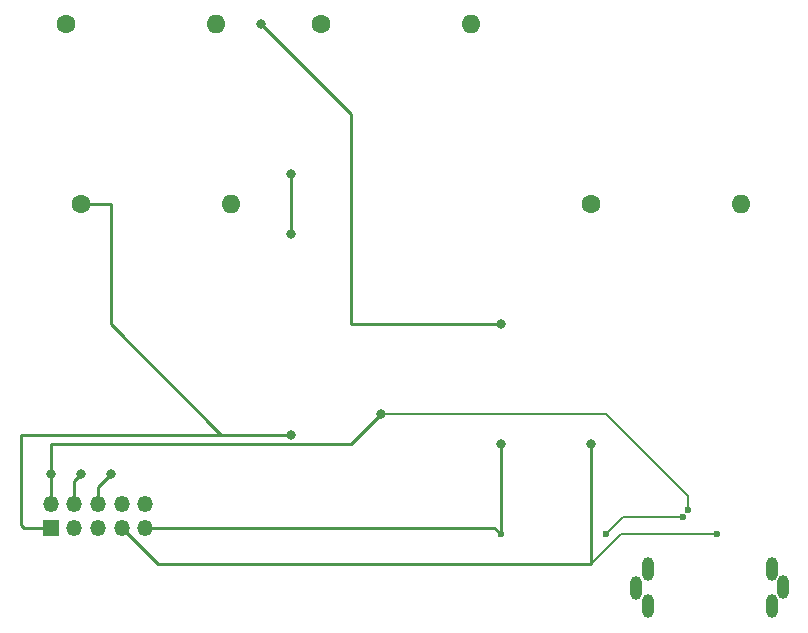
<source format=gbr>
%TF.GenerationSoftware,KiCad,Pcbnew,(7.0.0)*%
%TF.CreationDate,2023-08-04T15:50:35+02:00*%
%TF.ProjectId,PCH-1xxxJIG_THT_1.4,5043482d-3178-4787-984a-49475f544854,rev?*%
%TF.SameCoordinates,Original*%
%TF.FileFunction,Copper,L2,Bot*%
%TF.FilePolarity,Positive*%
%FSLAX46Y46*%
G04 Gerber Fmt 4.6, Leading zero omitted, Abs format (unit mm)*
G04 Created by KiCad (PCBNEW (7.0.0)) date 2023-08-04 15:50:35*
%MOMM*%
%LPD*%
G01*
G04 APERTURE LIST*
%TA.AperFunction,ComponentPad*%
%ADD10O,1.000000X2.000000*%
%TD*%
%TA.AperFunction,ComponentPad*%
%ADD11R,1.350000X1.350000*%
%TD*%
%TA.AperFunction,ComponentPad*%
%ADD12O,1.350000X1.350000*%
%TD*%
%TA.AperFunction,ComponentPad*%
%ADD13C,1.600000*%
%TD*%
%TA.AperFunction,ComponentPad*%
%ADD14O,1.600000X1.600000*%
%TD*%
%TA.AperFunction,ViaPad*%
%ADD15C,0.600000*%
%TD*%
%TA.AperFunction,ViaPad*%
%ADD16C,0.800000*%
%TD*%
%TA.AperFunction,Conductor*%
%ADD17C,0.200000*%
%TD*%
%TA.AperFunction,Conductor*%
%ADD18C,0.250000*%
%TD*%
G04 APERTURE END LIST*
D10*
%TO.P,U1,24*%
%TO.N,N/C*%
X87359999Y-84259999D03*
%TO.P,U1,25*%
X87359999Y-87359999D03*
%TO.P,U1,26*%
X86359999Y-85859999D03*
%TO.P,U1,27*%
X97859999Y-87359999D03*
%TO.P,U1,28*%
X97859999Y-84259999D03*
%TO.P,U1,29*%
X98859999Y-85759999D03*
%TD*%
D11*
%TO.P,Pin Header,1*%
%TO.N,N/C*%
X36829999Y-80739999D03*
D12*
%TO.P,Pin Header,2*%
X36829999Y-78739999D03*
%TO.P,Pin Header,3*%
X38829999Y-80739999D03*
%TO.P,Pin Header,4*%
X38829999Y-78739999D03*
%TO.P,Pin Header,5*%
X40829999Y-80739999D03*
%TO.P,Pin Header,6*%
X40829999Y-78739999D03*
%TO.P,Pin Header,7*%
X42829999Y-80739999D03*
%TO.P,Pin Header,8*%
X42829999Y-78739999D03*
%TO.P,Pin Header,9*%
X44829999Y-80739999D03*
%TO.P,Pin Header,10*%
X44829999Y-78739999D03*
%TD*%
D13*
%TO.P,220 Ohms,1*%
%TO.N,N/C*%
X82550000Y-53340000D03*
D14*
%TO.P,220 Ohms,2*%
X95249999Y-53339999D03*
%TD*%
D13*
%TO.P,1k Ohms,1*%
%TO.N,N/C*%
X59690000Y-38100000D03*
D14*
%TO.P,1k Ohms,2*%
X72389999Y-38099999D03*
%TD*%
D13*
%TO.P,1k Ohms,1*%
%TO.N,N/C*%
X38100000Y-38100000D03*
D14*
%TO.P,1k Ohms,2*%
X50799999Y-38099999D03*
%TD*%
D13*
%TO.P,1k Ohms,1*%
%TO.N,N/C*%
X39370000Y-53340000D03*
D14*
%TO.P,1k Ohms,2*%
X52069999Y-53339999D03*
%TD*%
D15*
%TO.N,*%
X74930000Y-81280000D03*
X83820000Y-81280000D03*
X90360000Y-79820000D03*
X90760000Y-79200000D03*
X93200000Y-81280000D03*
D16*
X57150000Y-55880000D03*
X57150000Y-72840000D03*
X39370000Y-76200000D03*
X36830000Y-76200000D03*
X57150000Y-55880000D03*
X74930000Y-73660000D03*
X74930000Y-63500000D03*
X57150000Y-50800000D03*
X54610000Y-38100000D03*
X57150000Y-50800000D03*
X64770000Y-71120000D03*
X82550000Y-73660000D03*
X41910000Y-76200000D03*
%TD*%
D17*
%TO.N,*%
X83820000Y-71120000D02*
X64770000Y-71120000D01*
X90760000Y-78060000D02*
X83820000Y-71120000D01*
X90760000Y-79200000D02*
X90760000Y-78060000D01*
X85280000Y-79820000D02*
X83820000Y-81280000D01*
X90360000Y-79820000D02*
X85280000Y-79820000D01*
X85090000Y-81280000D02*
X93200000Y-81280000D01*
X82550000Y-83820000D02*
X85090000Y-81280000D01*
D18*
X36830000Y-73660000D02*
X62230000Y-73660000D01*
X51250000Y-72840000D02*
X52070000Y-72840000D01*
X52070000Y-72840000D02*
X57150000Y-72840000D01*
X34290000Y-80460000D02*
X34290000Y-72840000D01*
X62230000Y-45720000D02*
X62230000Y-63500000D01*
X74930000Y-81280000D02*
X74930000Y-73660000D01*
X41910000Y-53340000D02*
X41910000Y-63500000D01*
X54610000Y-38100000D02*
X62230000Y-45720000D01*
X82550000Y-83820000D02*
X82550000Y-73660000D01*
X57150000Y-55880000D02*
X57150000Y-50800000D01*
X39370000Y-76200000D02*
X38830000Y-76740000D01*
X40830000Y-77280000D02*
X40830000Y-78740000D01*
X62230000Y-73660000D02*
X64770000Y-71120000D01*
X36830000Y-80740000D02*
X34570000Y-80740000D01*
X62230000Y-63500000D02*
X74930000Y-63500000D01*
X41910000Y-76200000D02*
X40830000Y-77280000D01*
X41910000Y-63500000D02*
X51250000Y-72840000D01*
X74390000Y-80740000D02*
X74930000Y-81280000D01*
X74390000Y-80740000D02*
X44830000Y-80740000D01*
X38830000Y-76740000D02*
X38830000Y-78740000D01*
X34290000Y-72840000D02*
X52070000Y-72840000D01*
X34570000Y-80740000D02*
X34290000Y-80460000D01*
X82550000Y-83820000D02*
X45910000Y-83820000D01*
X45910000Y-83820000D02*
X42830000Y-80740000D01*
X36830000Y-76200000D02*
X36830000Y-73660000D01*
X36830000Y-76200000D02*
X36830000Y-78740000D01*
X39370000Y-53340000D02*
X41910000Y-53340000D01*
%TD*%
M02*

</source>
